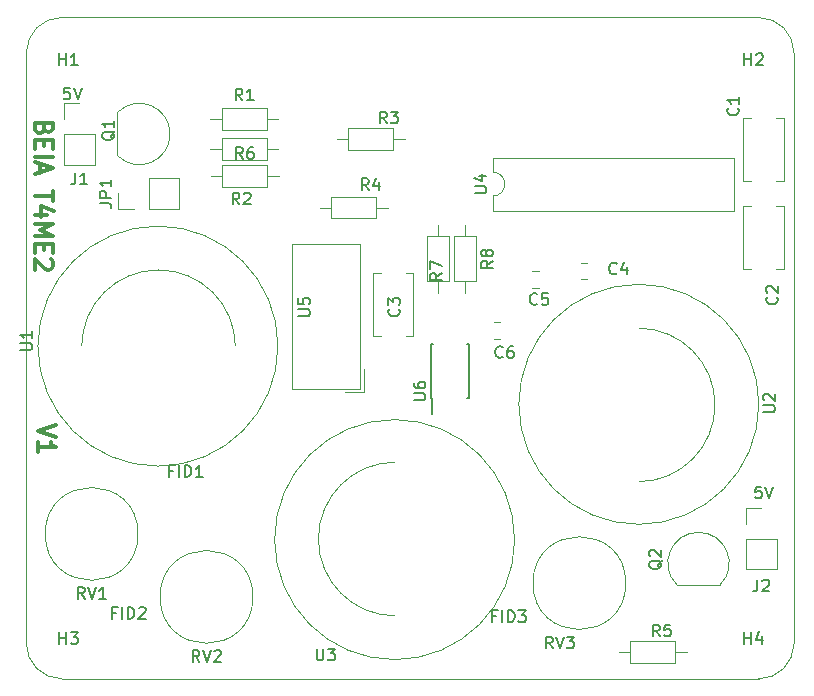
<source format=gbr>
G04 #@! TF.GenerationSoftware,KiCad,Pcbnew,(5.1.0)-1*
G04 #@! TF.CreationDate,2021-12-28T09:15:10+02:00*
G04 #@! TF.ProjectId,RPI_HAT_sensors,5250495f-4841-4545-9f73-656e736f7273,rev?*
G04 #@! TF.SameCoordinates,Original*
G04 #@! TF.FileFunction,Legend,Top*
G04 #@! TF.FilePolarity,Positive*
%FSLAX46Y46*%
G04 Gerber Fmt 4.6, Leading zero omitted, Abs format (unit mm)*
G04 Created by KiCad (PCBNEW (5.1.0)-1) date 2021-12-28 09:15:10*
%MOMM*%
%LPD*%
G04 APERTURE LIST*
%ADD10C,0.300000*%
%ADD11C,0.200000*%
%ADD12C,0.100000*%
%ADD13C,0.120000*%
%ADD14C,0.150000*%
G04 APERTURE END LIST*
D10*
X81027008Y-95353974D02*
X79527008Y-95853974D01*
X81027008Y-96353974D01*
X79527008Y-97639688D02*
X79527008Y-96782545D01*
X79527008Y-97211117D02*
X81027008Y-97211117D01*
X80812722Y-97068260D01*
X80669865Y-96925402D01*
X80598437Y-96782545D01*
X80063802Y-70236948D02*
X79992374Y-70451234D01*
X79920945Y-70522662D01*
X79778088Y-70594091D01*
X79563802Y-70594091D01*
X79420945Y-70522662D01*
X79349517Y-70451234D01*
X79278088Y-70308377D01*
X79278088Y-69736948D01*
X80778088Y-69736948D01*
X80778088Y-70236948D01*
X80706660Y-70379805D01*
X80635231Y-70451234D01*
X80492374Y-70522662D01*
X80349517Y-70522662D01*
X80206660Y-70451234D01*
X80135231Y-70379805D01*
X80063802Y-70236948D01*
X80063802Y-69736948D01*
X80063802Y-71236948D02*
X80063802Y-71736948D01*
X79278088Y-71951234D02*
X79278088Y-71236948D01*
X80778088Y-71236948D01*
X80778088Y-71951234D01*
X79278088Y-72594091D02*
X80778088Y-72594091D01*
X79706660Y-73236948D02*
X79706660Y-73951234D01*
X79278088Y-73094091D02*
X80778088Y-73594091D01*
X79278088Y-74094091D01*
X80778088Y-75522662D02*
X80778088Y-76379805D01*
X79278088Y-75951234D02*
X80778088Y-75951234D01*
X80278088Y-77522662D02*
X79278088Y-77522662D01*
X80849517Y-77165520D02*
X79778088Y-76808377D01*
X79778088Y-77736948D01*
X79278088Y-78308377D02*
X80778088Y-78308377D01*
X79706660Y-78808377D01*
X80778088Y-79308377D01*
X79278088Y-79308377D01*
X80063802Y-80022662D02*
X80063802Y-80522662D01*
X79278088Y-80736948D02*
X79278088Y-80022662D01*
X80778088Y-80022662D01*
X80778088Y-80736948D01*
X80635231Y-81308377D02*
X80706660Y-81379805D01*
X80778088Y-81522662D01*
X80778088Y-81879805D01*
X80706660Y-82022662D01*
X80635231Y-82094091D01*
X80492374Y-82165520D01*
X80349517Y-82165520D01*
X80135231Y-82094091D01*
X79278088Y-81236948D01*
X79278088Y-82165520D01*
D11*
X82232523Y-66762380D02*
X81756333Y-66762380D01*
X81708714Y-67238571D01*
X81756333Y-67190952D01*
X81851571Y-67143333D01*
X82089666Y-67143333D01*
X82184904Y-67190952D01*
X82232523Y-67238571D01*
X82280142Y-67333809D01*
X82280142Y-67571904D01*
X82232523Y-67667142D01*
X82184904Y-67714761D01*
X82089666Y-67762380D01*
X81851571Y-67762380D01*
X81756333Y-67714761D01*
X81708714Y-67667142D01*
X82565857Y-66762380D02*
X82899190Y-67762380D01*
X83232523Y-66762380D01*
X140779523Y-100544380D02*
X140303333Y-100544380D01*
X140255714Y-101020571D01*
X140303333Y-100972952D01*
X140398571Y-100925333D01*
X140636666Y-100925333D01*
X140731904Y-100972952D01*
X140779523Y-101020571D01*
X140827142Y-101115809D01*
X140827142Y-101353904D01*
X140779523Y-101449142D01*
X140731904Y-101496761D01*
X140636666Y-101544380D01*
X140398571Y-101544380D01*
X140303333Y-101496761D01*
X140255714Y-101449142D01*
X141112857Y-100544380D02*
X141446190Y-101544380D01*
X141779523Y-100544380D01*
D12*
X78546356Y-63817611D02*
X78546356Y-113817611D01*
X78546356Y-63817611D02*
G75*
G02X81546356Y-60817611I3000000J0D01*
G01*
X140546356Y-60817611D02*
X81546356Y-60817611D01*
X140546356Y-60817611D02*
G75*
G02X143546356Y-63817611I0J-3000000D01*
G01*
X143546356Y-113817611D02*
X143546356Y-63817611D01*
X81546356Y-116817611D02*
G75*
G02X78546356Y-113817611I0J3000000D01*
G01*
X81546356Y-116817611D02*
X140546356Y-116817611D01*
X143546351Y-113822847D02*
G75*
G02X140546356Y-116817611I-2999995J5236D01*
G01*
D13*
X130403601Y-87122001D02*
G75*
G02X130403599Y-100126799I-50801J-6502399D01*
G01*
X140563600Y-93573600D02*
G75*
G03X140563600Y-93573600I-10160000J0D01*
G01*
X81702600Y-73288200D02*
X84362600Y-73288200D01*
X81702600Y-70688200D02*
X81702600Y-73288200D01*
X84362600Y-70688200D02*
X84362600Y-73288200D01*
X81702600Y-70688200D02*
X84362600Y-70688200D01*
X81702600Y-69418200D02*
X81702600Y-68088200D01*
X81702600Y-68088200D02*
X83032600Y-68088200D01*
X86262600Y-68888200D02*
X86262600Y-72488200D01*
X86274122Y-68849722D02*
G75*
G02X90712600Y-70688200I1838478J-1838478D01*
G01*
X86274122Y-72526678D02*
G75*
G03X90712600Y-70688200I1838478J1838478D01*
G01*
X94132600Y-69418200D02*
X95082600Y-69418200D01*
X99872600Y-69418200D02*
X98922600Y-69418200D01*
X95082600Y-70338200D02*
X98922600Y-70338200D01*
X95082600Y-68498200D02*
X95082600Y-70338200D01*
X98922600Y-68498200D02*
X95082600Y-68498200D01*
X98922600Y-70338200D02*
X98922600Y-68498200D01*
X95082600Y-71038200D02*
X95082600Y-72878200D01*
X95082600Y-72878200D02*
X98922600Y-72878200D01*
X98922600Y-72878200D02*
X98922600Y-71038200D01*
X98922600Y-71038200D02*
X95082600Y-71038200D01*
X94132600Y-71958200D02*
X95082600Y-71958200D01*
X99872600Y-71958200D02*
X98922600Y-71958200D01*
X119888000Y-105029000D02*
G75*
G03X119888000Y-105029000I-10160000J0D01*
G01*
X109727999Y-111480599D02*
G75*
G02X109728001Y-98475801I50801J6502399D01*
G01*
X99847400Y-88646000D02*
G75*
G03X99847400Y-88646000I-10160000J0D01*
G01*
X83235801Y-88645999D02*
G75*
G02X96240599Y-88646001I6502399J-50801D01*
G01*
X118050000Y-73930000D02*
G75*
G02X118050000Y-75930000I0J-1000000D01*
G01*
X118050000Y-75930000D02*
X118050000Y-77180000D01*
X118050000Y-77180000D02*
X138490000Y-77180000D01*
X138490000Y-77180000D02*
X138490000Y-72680000D01*
X138490000Y-72680000D02*
X118050000Y-72680000D01*
X118050000Y-72680000D02*
X118050000Y-73930000D01*
X88004000Y-104546400D02*
G75*
G03X88004000Y-104546400I-3930000J0D01*
G01*
X97732200Y-109880400D02*
G75*
G03X97732200Y-109880400I-3930000J0D01*
G01*
X129304400Y-108712000D02*
G75*
G03X129304400Y-108712000I-3930000J0D01*
G01*
X109616000Y-72040000D02*
X109616000Y-70200000D01*
X109616000Y-70200000D02*
X105776000Y-70200000D01*
X105776000Y-70200000D02*
X105776000Y-72040000D01*
X105776000Y-72040000D02*
X109616000Y-72040000D01*
X110566000Y-71120000D02*
X109616000Y-71120000D01*
X104826000Y-71120000D02*
X105776000Y-71120000D01*
X106806800Y-92286800D02*
X101066800Y-92286800D01*
X101056800Y-92286800D02*
X101056800Y-80026800D01*
X101056800Y-80026800D02*
X106816800Y-80026800D01*
X106816800Y-80026800D02*
X106816800Y-92276800D01*
X107096800Y-92566800D02*
X107096800Y-90566800D01*
X107096800Y-92566800D02*
X105486800Y-92566800D01*
X142665600Y-69324400D02*
X142665600Y-74664400D01*
X139223600Y-69324400D02*
X139223600Y-74664400D01*
X142665600Y-69324400D02*
X141999600Y-69324400D01*
X139889600Y-69324400D02*
X139223600Y-69324400D01*
X142665600Y-74664400D02*
X141999600Y-74664400D01*
X139889600Y-74664400D02*
X139223600Y-74664400D01*
X141999600Y-76770400D02*
X142665600Y-76770400D01*
X139223600Y-76770400D02*
X139889600Y-76770400D01*
X141999600Y-82110400D02*
X142665600Y-82110400D01*
X139223600Y-82110400D02*
X139889600Y-82110400D01*
X142665600Y-82110400D02*
X142665600Y-76770400D01*
X139223600Y-82110400D02*
X139223600Y-76770400D01*
X139436800Y-107552800D02*
X142096800Y-107552800D01*
X139436800Y-104952800D02*
X139436800Y-107552800D01*
X142096800Y-104952800D02*
X142096800Y-107552800D01*
X139436800Y-104952800D02*
X142096800Y-104952800D01*
X139436800Y-103682800D02*
X139436800Y-102352800D01*
X139436800Y-102352800D02*
X140766800Y-102352800D01*
X133658200Y-108860200D02*
X137258200Y-108860200D01*
X133619722Y-108848678D02*
G75*
G02X135458200Y-104410200I1838478J1838478D01*
G01*
X137296678Y-108848678D02*
G75*
G03X135458200Y-104410200I-1838478J1838478D01*
G01*
X104353600Y-75991200D02*
X104353600Y-77831200D01*
X104353600Y-77831200D02*
X108193600Y-77831200D01*
X108193600Y-77831200D02*
X108193600Y-75991200D01*
X108193600Y-75991200D02*
X104353600Y-75991200D01*
X103403600Y-76911200D02*
X104353600Y-76911200D01*
X109143600Y-76911200D02*
X108193600Y-76911200D01*
X128702000Y-114554000D02*
X129652000Y-114554000D01*
X134442000Y-114554000D02*
X133492000Y-114554000D01*
X129652000Y-115474000D02*
X133492000Y-115474000D01*
X129652000Y-113634000D02*
X129652000Y-115474000D01*
X133492000Y-113634000D02*
X129652000Y-113634000D01*
X133492000Y-115474000D02*
X133492000Y-113634000D01*
X111322000Y-82481600D02*
X111322000Y-87821600D01*
X107880000Y-82481600D02*
X107880000Y-87821600D01*
X111322000Y-82481600D02*
X110656000Y-82481600D01*
X108546000Y-82481600D02*
X107880000Y-82481600D01*
X111322000Y-87821600D02*
X110656000Y-87821600D01*
X108546000Y-87821600D02*
X107880000Y-87821600D01*
X91500000Y-77047400D02*
X91500000Y-74387400D01*
X88900000Y-77047400D02*
X91500000Y-77047400D01*
X88900000Y-74387400D02*
X91500000Y-74387400D01*
X88900000Y-77047400D02*
X88900000Y-74387400D01*
X87630000Y-77047400D02*
X86300000Y-77047400D01*
X86300000Y-77047400D02*
X86300000Y-75717400D01*
X95108000Y-73349600D02*
X95108000Y-75189600D01*
X95108000Y-75189600D02*
X98948000Y-75189600D01*
X98948000Y-75189600D02*
X98948000Y-73349600D01*
X98948000Y-73349600D02*
X95108000Y-73349600D01*
X94158000Y-74269600D02*
X95108000Y-74269600D01*
X99898000Y-74269600D02*
X98948000Y-74269600D01*
X113411000Y-84124600D02*
X113411000Y-83174600D01*
X113411000Y-78384600D02*
X113411000Y-79334600D01*
X114331000Y-83174600D02*
X114331000Y-79334600D01*
X112491000Y-83174600D02*
X114331000Y-83174600D01*
X112491000Y-79334600D02*
X112491000Y-83174600D01*
X114331000Y-79334600D02*
X112491000Y-79334600D01*
X116591600Y-79334600D02*
X114751600Y-79334600D01*
X114751600Y-79334600D02*
X114751600Y-83174600D01*
X114751600Y-83174600D02*
X116591600Y-83174600D01*
X116591600Y-83174600D02*
X116591600Y-79334600D01*
X115671600Y-78384600D02*
X115671600Y-79334600D01*
X115671600Y-84124600D02*
X115671600Y-83174600D01*
D14*
X112802000Y-93079200D02*
X112902000Y-93079200D01*
X112802000Y-88429200D02*
X113002000Y-88429200D01*
X116052000Y-88429200D02*
X115852000Y-88429200D01*
X116052000Y-93079200D02*
X115852000Y-93079200D01*
X112802000Y-93079200D02*
X112802000Y-88429200D01*
X116052000Y-93079200D02*
X116052000Y-88429200D01*
X112902000Y-93079200D02*
X112902000Y-94429200D01*
D13*
X126014112Y-82995840D02*
X125491608Y-82995840D01*
X126014112Y-81575840D02*
X125491608Y-81575840D01*
X121398508Y-83722280D02*
X121921012Y-83722280D01*
X121398508Y-82302280D02*
X121921012Y-82302280D01*
X118128148Y-86640600D02*
X118650652Y-86640600D01*
X118128148Y-88060600D02*
X118650652Y-88060600D01*
D14*
X140930380Y-94233904D02*
X141739904Y-94233904D01*
X141835142Y-94186285D01*
X141882761Y-94138666D01*
X141930380Y-94043428D01*
X141930380Y-93852952D01*
X141882761Y-93757714D01*
X141835142Y-93710095D01*
X141739904Y-93662476D01*
X140930380Y-93662476D01*
X141025619Y-93233904D02*
X140978000Y-93186285D01*
X140930380Y-93091047D01*
X140930380Y-92852952D01*
X140978000Y-92757714D01*
X141025619Y-92710095D01*
X141120857Y-92662476D01*
X141216095Y-92662476D01*
X141358952Y-92710095D01*
X141930380Y-93281523D01*
X141930380Y-92662476D01*
X86126771Y-111218671D02*
X85793438Y-111218671D01*
X85793438Y-111742480D02*
X85793438Y-110742480D01*
X86269628Y-110742480D01*
X86650580Y-111742480D02*
X86650580Y-110742480D01*
X87126771Y-111742480D02*
X87126771Y-110742480D01*
X87364866Y-110742480D01*
X87507723Y-110790100D01*
X87602961Y-110885338D01*
X87650580Y-110980576D01*
X87698200Y-111171052D01*
X87698200Y-111313909D01*
X87650580Y-111504385D01*
X87602961Y-111599623D01*
X87507723Y-111694861D01*
X87364866Y-111742480D01*
X87126771Y-111742480D01*
X88079152Y-110837719D02*
X88126771Y-110790100D01*
X88222009Y-110742480D01*
X88460104Y-110742480D01*
X88555342Y-110790100D01*
X88602961Y-110837719D01*
X88650580Y-110932957D01*
X88650580Y-111028195D01*
X88602961Y-111171052D01*
X88031533Y-111742480D01*
X88650580Y-111742480D01*
X82699266Y-73950580D02*
X82699266Y-74664866D01*
X82651647Y-74807723D01*
X82556409Y-74902961D01*
X82413552Y-74950580D01*
X82318314Y-74950580D01*
X83699266Y-74950580D02*
X83127838Y-74950580D01*
X83413552Y-74950580D02*
X83413552Y-73950580D01*
X83318314Y-74093438D01*
X83223076Y-74188676D01*
X83127838Y-74236295D01*
X86044019Y-70453238D02*
X85996400Y-70548476D01*
X85901161Y-70643714D01*
X85758304Y-70786571D01*
X85710685Y-70881809D01*
X85710685Y-70977047D01*
X85948780Y-70929428D02*
X85901161Y-71024666D01*
X85805923Y-71119904D01*
X85615447Y-71167523D01*
X85282114Y-71167523D01*
X85091638Y-71119904D01*
X84996400Y-71024666D01*
X84948780Y-70929428D01*
X84948780Y-70738952D01*
X84996400Y-70643714D01*
X85091638Y-70548476D01*
X85282114Y-70500857D01*
X85615447Y-70500857D01*
X85805923Y-70548476D01*
X85901161Y-70643714D01*
X85948780Y-70738952D01*
X85948780Y-70929428D01*
X85948780Y-69548476D02*
X85948780Y-70119904D01*
X85948780Y-69834190D02*
X84948780Y-69834190D01*
X85091638Y-69929428D01*
X85186876Y-70024666D01*
X85234495Y-70119904D01*
X96835933Y-67838580D02*
X96502600Y-67362390D01*
X96264504Y-67838580D02*
X96264504Y-66838580D01*
X96645457Y-66838580D01*
X96740695Y-66886200D01*
X96788314Y-66933819D01*
X96835933Y-67029057D01*
X96835933Y-67171914D01*
X96788314Y-67267152D01*
X96740695Y-67314771D01*
X96645457Y-67362390D01*
X96264504Y-67362390D01*
X97788314Y-67838580D02*
X97216885Y-67838580D01*
X97502600Y-67838580D02*
X97502600Y-66838580D01*
X97407361Y-66981438D01*
X97312123Y-67076676D01*
X97216885Y-67124295D01*
X96581933Y-76652380D02*
X96248600Y-76176190D01*
X96010504Y-76652380D02*
X96010504Y-75652380D01*
X96391457Y-75652380D01*
X96486695Y-75700000D01*
X96534314Y-75747619D01*
X96581933Y-75842857D01*
X96581933Y-75985714D01*
X96534314Y-76080952D01*
X96486695Y-76128571D01*
X96391457Y-76176190D01*
X96010504Y-76176190D01*
X96962885Y-75747619D02*
X97010504Y-75700000D01*
X97105742Y-75652380D01*
X97343838Y-75652380D01*
X97439076Y-75700000D01*
X97486695Y-75747619D01*
X97534314Y-75842857D01*
X97534314Y-75938095D01*
X97486695Y-76080952D01*
X96915266Y-76652380D01*
X97534314Y-76652380D01*
X90952771Y-99204471D02*
X90619438Y-99204471D01*
X90619438Y-99728280D02*
X90619438Y-98728280D01*
X91095628Y-98728280D01*
X91476580Y-99728280D02*
X91476580Y-98728280D01*
X91952771Y-99728280D02*
X91952771Y-98728280D01*
X92190866Y-98728280D01*
X92333723Y-98775900D01*
X92428961Y-98871138D01*
X92476580Y-98966376D01*
X92524200Y-99156852D01*
X92524200Y-99299709D01*
X92476580Y-99490185D01*
X92428961Y-99585423D01*
X92333723Y-99680661D01*
X92190866Y-99728280D01*
X91952771Y-99728280D01*
X93476580Y-99728280D02*
X92905152Y-99728280D01*
X93190866Y-99728280D02*
X93190866Y-98728280D01*
X93095628Y-98871138D01*
X93000390Y-98966376D01*
X92905152Y-99013995D01*
X103124095Y-114260380D02*
X103124095Y-115069904D01*
X103171714Y-115165142D01*
X103219333Y-115212761D01*
X103314571Y-115260380D01*
X103505047Y-115260380D01*
X103600285Y-115212761D01*
X103647904Y-115165142D01*
X103695523Y-115069904D01*
X103695523Y-114260380D01*
X104076476Y-114260380D02*
X104695523Y-114260380D01*
X104362190Y-114641333D01*
X104505047Y-114641333D01*
X104600285Y-114688952D01*
X104647904Y-114736571D01*
X104695523Y-114831809D01*
X104695523Y-115069904D01*
X104647904Y-115165142D01*
X104600285Y-115212761D01*
X104505047Y-115260380D01*
X104219333Y-115260380D01*
X104124095Y-115212761D01*
X104076476Y-115165142D01*
X81338095Y-64852380D02*
X81338095Y-63852380D01*
X81338095Y-64328571D02*
X81909523Y-64328571D01*
X81909523Y-64852380D02*
X81909523Y-63852380D01*
X82909523Y-64852380D02*
X82338095Y-64852380D01*
X82623809Y-64852380D02*
X82623809Y-63852380D01*
X82528571Y-63995238D01*
X82433333Y-64090476D01*
X82338095Y-64138095D01*
X139338095Y-64872380D02*
X139338095Y-63872380D01*
X139338095Y-64348571D02*
X139909523Y-64348571D01*
X139909523Y-64872380D02*
X139909523Y-63872380D01*
X140338095Y-63967619D02*
X140385714Y-63920000D01*
X140480952Y-63872380D01*
X140719047Y-63872380D01*
X140814285Y-63920000D01*
X140861904Y-63967619D01*
X140909523Y-64062857D01*
X140909523Y-64158095D01*
X140861904Y-64300952D01*
X140290476Y-64872380D01*
X140909523Y-64872380D01*
X81338095Y-113862380D02*
X81338095Y-112862380D01*
X81338095Y-113338571D02*
X81909523Y-113338571D01*
X81909523Y-113862380D02*
X81909523Y-112862380D01*
X82290476Y-112862380D02*
X82909523Y-112862380D01*
X82576190Y-113243333D01*
X82719047Y-113243333D01*
X82814285Y-113290952D01*
X82861904Y-113338571D01*
X82909523Y-113433809D01*
X82909523Y-113671904D01*
X82861904Y-113767142D01*
X82814285Y-113814761D01*
X82719047Y-113862380D01*
X82433333Y-113862380D01*
X82338095Y-113814761D01*
X82290476Y-113767142D01*
X139328095Y-113852380D02*
X139328095Y-112852380D01*
X139328095Y-113328571D02*
X139899523Y-113328571D01*
X139899523Y-113852380D02*
X139899523Y-112852380D01*
X140804285Y-113185714D02*
X140804285Y-113852380D01*
X140566190Y-112804761D02*
X140328095Y-113519047D01*
X140947142Y-113519047D01*
X78034280Y-88970404D02*
X78843804Y-88970404D01*
X78939042Y-88922785D01*
X78986661Y-88875166D01*
X79034280Y-88779928D01*
X79034280Y-88589452D01*
X78986661Y-88494214D01*
X78939042Y-88446595D01*
X78843804Y-88398976D01*
X78034280Y-88398976D01*
X79034280Y-87398976D02*
X79034280Y-87970404D01*
X79034280Y-87684690D02*
X78034280Y-87684690D01*
X78177138Y-87779928D01*
X78272376Y-87875166D01*
X78319995Y-87970404D01*
X116502380Y-75691904D02*
X117311904Y-75691904D01*
X117407142Y-75644285D01*
X117454761Y-75596666D01*
X117502380Y-75501428D01*
X117502380Y-75310952D01*
X117454761Y-75215714D01*
X117407142Y-75168095D01*
X117311904Y-75120476D01*
X116502380Y-75120476D01*
X116835714Y-74215714D02*
X117502380Y-74215714D01*
X116454761Y-74453809D02*
X117169047Y-74691904D01*
X117169047Y-74072857D01*
X83478761Y-110058780D02*
X83145428Y-109582590D01*
X82907333Y-110058780D02*
X82907333Y-109058780D01*
X83288285Y-109058780D01*
X83383523Y-109106400D01*
X83431142Y-109154019D01*
X83478761Y-109249257D01*
X83478761Y-109392114D01*
X83431142Y-109487352D01*
X83383523Y-109534971D01*
X83288285Y-109582590D01*
X82907333Y-109582590D01*
X83764476Y-109058780D02*
X84097809Y-110058780D01*
X84431142Y-109058780D01*
X85288285Y-110058780D02*
X84716857Y-110058780D01*
X85002571Y-110058780D02*
X85002571Y-109058780D01*
X84907333Y-109201638D01*
X84812095Y-109296876D01*
X84716857Y-109344495D01*
X93206961Y-115392780D02*
X92873628Y-114916590D01*
X92635533Y-115392780D02*
X92635533Y-114392780D01*
X93016485Y-114392780D01*
X93111723Y-114440400D01*
X93159342Y-114488019D01*
X93206961Y-114583257D01*
X93206961Y-114726114D01*
X93159342Y-114821352D01*
X93111723Y-114868971D01*
X93016485Y-114916590D01*
X92635533Y-114916590D01*
X93492676Y-114392780D02*
X93826009Y-115392780D01*
X94159342Y-114392780D01*
X94445057Y-114488019D02*
X94492676Y-114440400D01*
X94587914Y-114392780D01*
X94826009Y-114392780D01*
X94921247Y-114440400D01*
X94968866Y-114488019D01*
X95016485Y-114583257D01*
X95016485Y-114678495D01*
X94968866Y-114821352D01*
X94397438Y-115392780D01*
X95016485Y-115392780D01*
X123102761Y-114244380D02*
X122769428Y-113768190D01*
X122531333Y-114244380D02*
X122531333Y-113244380D01*
X122912285Y-113244380D01*
X123007523Y-113292000D01*
X123055142Y-113339619D01*
X123102761Y-113434857D01*
X123102761Y-113577714D01*
X123055142Y-113672952D01*
X123007523Y-113720571D01*
X122912285Y-113768190D01*
X122531333Y-113768190D01*
X123388476Y-113244380D02*
X123721809Y-114244380D01*
X124055142Y-113244380D01*
X124293238Y-113244380D02*
X124912285Y-113244380D01*
X124578952Y-113625333D01*
X124721809Y-113625333D01*
X124817047Y-113672952D01*
X124864666Y-113720571D01*
X124912285Y-113815809D01*
X124912285Y-114053904D01*
X124864666Y-114149142D01*
X124817047Y-114196761D01*
X124721809Y-114244380D01*
X124436095Y-114244380D01*
X124340857Y-114196761D01*
X124293238Y-114149142D01*
X109053333Y-69794380D02*
X108720000Y-69318190D01*
X108481904Y-69794380D02*
X108481904Y-68794380D01*
X108862857Y-68794380D01*
X108958095Y-68842000D01*
X109005714Y-68889619D01*
X109053333Y-68984857D01*
X109053333Y-69127714D01*
X109005714Y-69222952D01*
X108958095Y-69270571D01*
X108862857Y-69318190D01*
X108481904Y-69318190D01*
X109386666Y-68794380D02*
X110005714Y-68794380D01*
X109672380Y-69175333D01*
X109815238Y-69175333D01*
X109910476Y-69222952D01*
X109958095Y-69270571D01*
X110005714Y-69365809D01*
X110005714Y-69603904D01*
X109958095Y-69699142D01*
X109910476Y-69746761D01*
X109815238Y-69794380D01*
X109529523Y-69794380D01*
X109434285Y-69746761D01*
X109386666Y-69699142D01*
X101560380Y-86105904D02*
X102369904Y-86105904D01*
X102465142Y-86058285D01*
X102512761Y-86010666D01*
X102560380Y-85915428D01*
X102560380Y-85724952D01*
X102512761Y-85629714D01*
X102465142Y-85582095D01*
X102369904Y-85534476D01*
X101560380Y-85534476D01*
X101560380Y-84582095D02*
X101560380Y-85058285D01*
X102036571Y-85105904D01*
X101988952Y-85058285D01*
X101941333Y-84963047D01*
X101941333Y-84724952D01*
X101988952Y-84629714D01*
X102036571Y-84582095D01*
X102131809Y-84534476D01*
X102369904Y-84534476D01*
X102465142Y-84582095D01*
X102512761Y-84629714D01*
X102560380Y-84724952D01*
X102560380Y-84963047D01*
X102512761Y-85058285D01*
X102465142Y-85105904D01*
X138787142Y-68492666D02*
X138834761Y-68540285D01*
X138882380Y-68683142D01*
X138882380Y-68778380D01*
X138834761Y-68921238D01*
X138739523Y-69016476D01*
X138644285Y-69064095D01*
X138453809Y-69111714D01*
X138310952Y-69111714D01*
X138120476Y-69064095D01*
X138025238Y-69016476D01*
X137930000Y-68921238D01*
X137882380Y-68778380D01*
X137882380Y-68683142D01*
X137930000Y-68540285D01*
X137977619Y-68492666D01*
X138882380Y-67540285D02*
X138882380Y-68111714D01*
X138882380Y-67826000D02*
X137882380Y-67826000D01*
X138025238Y-67921238D01*
X138120476Y-68016476D01*
X138168095Y-68111714D01*
X142089142Y-84494666D02*
X142136761Y-84542285D01*
X142184380Y-84685142D01*
X142184380Y-84780380D01*
X142136761Y-84923238D01*
X142041523Y-85018476D01*
X141946285Y-85066095D01*
X141755809Y-85113714D01*
X141612952Y-85113714D01*
X141422476Y-85066095D01*
X141327238Y-85018476D01*
X141232000Y-84923238D01*
X141184380Y-84780380D01*
X141184380Y-84685142D01*
X141232000Y-84542285D01*
X141279619Y-84494666D01*
X141279619Y-84113714D02*
X141232000Y-84066095D01*
X141184380Y-83970857D01*
X141184380Y-83732761D01*
X141232000Y-83637523D01*
X141279619Y-83589904D01*
X141374857Y-83542285D01*
X141470095Y-83542285D01*
X141612952Y-83589904D01*
X142184380Y-84161333D01*
X142184380Y-83542285D01*
X140433466Y-108418380D02*
X140433466Y-109132666D01*
X140385847Y-109275523D01*
X140290609Y-109370761D01*
X140147752Y-109418380D01*
X140052514Y-109418380D01*
X140862038Y-108513619D02*
X140909657Y-108466000D01*
X141004895Y-108418380D01*
X141242990Y-108418380D01*
X141338228Y-108466000D01*
X141385847Y-108513619D01*
X141433466Y-108608857D01*
X141433466Y-108704095D01*
X141385847Y-108846952D01*
X140814419Y-109418380D01*
X141433466Y-109418380D01*
X132373619Y-106775238D02*
X132326000Y-106870476D01*
X132230761Y-106965714D01*
X132087904Y-107108571D01*
X132040285Y-107203809D01*
X132040285Y-107299047D01*
X132278380Y-107251428D02*
X132230761Y-107346666D01*
X132135523Y-107441904D01*
X131945047Y-107489523D01*
X131611714Y-107489523D01*
X131421238Y-107441904D01*
X131326000Y-107346666D01*
X131278380Y-107251428D01*
X131278380Y-107060952D01*
X131326000Y-106965714D01*
X131421238Y-106870476D01*
X131611714Y-106822857D01*
X131945047Y-106822857D01*
X132135523Y-106870476D01*
X132230761Y-106965714D01*
X132278380Y-107060952D01*
X132278380Y-107251428D01*
X131373619Y-106441904D02*
X131326000Y-106394285D01*
X131278380Y-106299047D01*
X131278380Y-106060952D01*
X131326000Y-105965714D01*
X131373619Y-105918095D01*
X131468857Y-105870476D01*
X131564095Y-105870476D01*
X131706952Y-105918095D01*
X132278380Y-106489523D01*
X132278380Y-105870476D01*
X107529333Y-75443580D02*
X107196000Y-74967390D01*
X106957904Y-75443580D02*
X106957904Y-74443580D01*
X107338857Y-74443580D01*
X107434095Y-74491200D01*
X107481714Y-74538819D01*
X107529333Y-74634057D01*
X107529333Y-74776914D01*
X107481714Y-74872152D01*
X107434095Y-74919771D01*
X107338857Y-74967390D01*
X106957904Y-74967390D01*
X108386476Y-74776914D02*
X108386476Y-75443580D01*
X108148380Y-74395961D02*
X107910285Y-75110247D01*
X108529333Y-75110247D01*
X132167333Y-113228380D02*
X131834000Y-112752190D01*
X131595904Y-113228380D02*
X131595904Y-112228380D01*
X131976857Y-112228380D01*
X132072095Y-112276000D01*
X132119714Y-112323619D01*
X132167333Y-112418857D01*
X132167333Y-112561714D01*
X132119714Y-112656952D01*
X132072095Y-112704571D01*
X131976857Y-112752190D01*
X131595904Y-112752190D01*
X133072095Y-112228380D02*
X132595904Y-112228380D01*
X132548285Y-112704571D01*
X132595904Y-112656952D01*
X132691142Y-112609333D01*
X132929238Y-112609333D01*
X133024476Y-112656952D01*
X133072095Y-112704571D01*
X133119714Y-112799809D01*
X133119714Y-113037904D01*
X133072095Y-113133142D01*
X133024476Y-113180761D01*
X132929238Y-113228380D01*
X132691142Y-113228380D01*
X132595904Y-113180761D01*
X132548285Y-113133142D01*
X118308571Y-111498071D02*
X117975238Y-111498071D01*
X117975238Y-112021880D02*
X117975238Y-111021880D01*
X118451428Y-111021880D01*
X118832380Y-112021880D02*
X118832380Y-111021880D01*
X119308571Y-112021880D02*
X119308571Y-111021880D01*
X119546666Y-111021880D01*
X119689523Y-111069500D01*
X119784761Y-111164738D01*
X119832380Y-111259976D01*
X119880000Y-111450452D01*
X119880000Y-111593309D01*
X119832380Y-111783785D01*
X119784761Y-111879023D01*
X119689523Y-111974261D01*
X119546666Y-112021880D01*
X119308571Y-112021880D01*
X120213333Y-111021880D02*
X120832380Y-111021880D01*
X120499047Y-111402833D01*
X120641904Y-111402833D01*
X120737142Y-111450452D01*
X120784761Y-111498071D01*
X120832380Y-111593309D01*
X120832380Y-111831404D01*
X120784761Y-111926642D01*
X120737142Y-111974261D01*
X120641904Y-112021880D01*
X120356190Y-112021880D01*
X120260952Y-111974261D01*
X120213333Y-111926642D01*
X110085142Y-85510666D02*
X110132761Y-85558285D01*
X110180380Y-85701142D01*
X110180380Y-85796380D01*
X110132761Y-85939238D01*
X110037523Y-86034476D01*
X109942285Y-86082095D01*
X109751809Y-86129714D01*
X109608952Y-86129714D01*
X109418476Y-86082095D01*
X109323238Y-86034476D01*
X109228000Y-85939238D01*
X109180380Y-85796380D01*
X109180380Y-85701142D01*
X109228000Y-85558285D01*
X109275619Y-85510666D01*
X109180380Y-85177333D02*
X109180380Y-84558285D01*
X109561333Y-84891619D01*
X109561333Y-84748761D01*
X109608952Y-84653523D01*
X109656571Y-84605904D01*
X109751809Y-84558285D01*
X109989904Y-84558285D01*
X110085142Y-84605904D01*
X110132761Y-84653523D01*
X110180380Y-84748761D01*
X110180380Y-85034476D01*
X110132761Y-85129714D01*
X110085142Y-85177333D01*
X84752380Y-76550733D02*
X85466666Y-76550733D01*
X85609523Y-76598352D01*
X85704761Y-76693590D01*
X85752380Y-76836447D01*
X85752380Y-76931685D01*
X85752380Y-76074542D02*
X84752380Y-76074542D01*
X84752380Y-75693590D01*
X84800000Y-75598352D01*
X84847619Y-75550733D01*
X84942857Y-75503114D01*
X85085714Y-75503114D01*
X85180952Y-75550733D01*
X85228571Y-75598352D01*
X85276190Y-75693590D01*
X85276190Y-76074542D01*
X85752380Y-74550733D02*
X85752380Y-75122161D01*
X85752380Y-74836447D02*
X84752380Y-74836447D01*
X84895238Y-74931685D01*
X84990476Y-75026923D01*
X85038095Y-75122161D01*
X96861333Y-72801980D02*
X96528000Y-72325790D01*
X96289904Y-72801980D02*
X96289904Y-71801980D01*
X96670857Y-71801980D01*
X96766095Y-71849600D01*
X96813714Y-71897219D01*
X96861333Y-71992457D01*
X96861333Y-72135314D01*
X96813714Y-72230552D01*
X96766095Y-72278171D01*
X96670857Y-72325790D01*
X96289904Y-72325790D01*
X97718476Y-71801980D02*
X97528000Y-71801980D01*
X97432761Y-71849600D01*
X97385142Y-71897219D01*
X97289904Y-72040076D01*
X97242285Y-72230552D01*
X97242285Y-72611504D01*
X97289904Y-72706742D01*
X97337523Y-72754361D01*
X97432761Y-72801980D01*
X97623238Y-72801980D01*
X97718476Y-72754361D01*
X97766095Y-72706742D01*
X97813714Y-72611504D01*
X97813714Y-72373409D01*
X97766095Y-72278171D01*
X97718476Y-72230552D01*
X97623238Y-72182933D01*
X97432761Y-72182933D01*
X97337523Y-72230552D01*
X97289904Y-72278171D01*
X97242285Y-72373409D01*
X113736380Y-82462666D02*
X113260190Y-82796000D01*
X113736380Y-83034095D02*
X112736380Y-83034095D01*
X112736380Y-82653142D01*
X112784000Y-82557904D01*
X112831619Y-82510285D01*
X112926857Y-82462666D01*
X113069714Y-82462666D01*
X113164952Y-82510285D01*
X113212571Y-82557904D01*
X113260190Y-82653142D01*
X113260190Y-83034095D01*
X112736380Y-82129333D02*
X112736380Y-81462666D01*
X113736380Y-81891238D01*
X118043980Y-81421266D02*
X117567790Y-81754600D01*
X118043980Y-81992695D02*
X117043980Y-81992695D01*
X117043980Y-81611742D01*
X117091600Y-81516504D01*
X117139219Y-81468885D01*
X117234457Y-81421266D01*
X117377314Y-81421266D01*
X117472552Y-81468885D01*
X117520171Y-81516504D01*
X117567790Y-81611742D01*
X117567790Y-81992695D01*
X117472552Y-80849838D02*
X117424933Y-80945076D01*
X117377314Y-80992695D01*
X117282076Y-81040314D01*
X117234457Y-81040314D01*
X117139219Y-80992695D01*
X117091600Y-80945076D01*
X117043980Y-80849838D01*
X117043980Y-80659361D01*
X117091600Y-80564123D01*
X117139219Y-80516504D01*
X117234457Y-80468885D01*
X117282076Y-80468885D01*
X117377314Y-80516504D01*
X117424933Y-80564123D01*
X117472552Y-80659361D01*
X117472552Y-80849838D01*
X117520171Y-80945076D01*
X117567790Y-80992695D01*
X117663028Y-81040314D01*
X117853504Y-81040314D01*
X117948742Y-80992695D01*
X117996361Y-80945076D01*
X118043980Y-80849838D01*
X118043980Y-80659361D01*
X117996361Y-80564123D01*
X117948742Y-80516504D01*
X117853504Y-80468885D01*
X117663028Y-80468885D01*
X117567790Y-80516504D01*
X117520171Y-80564123D01*
X117472552Y-80659361D01*
X111329380Y-93217904D02*
X112138904Y-93217904D01*
X112234142Y-93170285D01*
X112281761Y-93122666D01*
X112329380Y-93027428D01*
X112329380Y-92836952D01*
X112281761Y-92741714D01*
X112234142Y-92694095D01*
X112138904Y-92646476D01*
X111329380Y-92646476D01*
X111329380Y-91741714D02*
X111329380Y-91932190D01*
X111377000Y-92027428D01*
X111424619Y-92075047D01*
X111567476Y-92170285D01*
X111757952Y-92217904D01*
X112138904Y-92217904D01*
X112234142Y-92170285D01*
X112281761Y-92122666D01*
X112329380Y-92027428D01*
X112329380Y-91836952D01*
X112281761Y-91741714D01*
X112234142Y-91694095D01*
X112138904Y-91646476D01*
X111900809Y-91646476D01*
X111805571Y-91694095D01*
X111757952Y-91741714D01*
X111710333Y-91836952D01*
X111710333Y-92027428D01*
X111757952Y-92122666D01*
X111805571Y-92170285D01*
X111900809Y-92217904D01*
X128530053Y-82480422D02*
X128482434Y-82528041D01*
X128339577Y-82575660D01*
X128244339Y-82575660D01*
X128101481Y-82528041D01*
X128006243Y-82432803D01*
X127958624Y-82337565D01*
X127911005Y-82147089D01*
X127911005Y-82004232D01*
X127958624Y-81813756D01*
X128006243Y-81718518D01*
X128101481Y-81623280D01*
X128244339Y-81575660D01*
X128339577Y-81575660D01*
X128482434Y-81623280D01*
X128530053Y-81670899D01*
X129387196Y-81908994D02*
X129387196Y-82575660D01*
X129149100Y-81528041D02*
X128911005Y-82242327D01*
X129530053Y-82242327D01*
X121804133Y-85066142D02*
X121756514Y-85113761D01*
X121613657Y-85161380D01*
X121518419Y-85161380D01*
X121375561Y-85113761D01*
X121280323Y-85018523D01*
X121232704Y-84923285D01*
X121185085Y-84732809D01*
X121185085Y-84589952D01*
X121232704Y-84399476D01*
X121280323Y-84304238D01*
X121375561Y-84209000D01*
X121518419Y-84161380D01*
X121613657Y-84161380D01*
X121756514Y-84209000D01*
X121804133Y-84256619D01*
X122708895Y-84161380D02*
X122232704Y-84161380D01*
X122185085Y-84637571D01*
X122232704Y-84589952D01*
X122327942Y-84542333D01*
X122566038Y-84542333D01*
X122661276Y-84589952D01*
X122708895Y-84637571D01*
X122756514Y-84732809D01*
X122756514Y-84970904D01*
X122708895Y-85066142D01*
X122661276Y-85113761D01*
X122566038Y-85161380D01*
X122327942Y-85161380D01*
X122232704Y-85113761D01*
X122185085Y-85066142D01*
X118878053Y-89554322D02*
X118830434Y-89601941D01*
X118687577Y-89649560D01*
X118592339Y-89649560D01*
X118449481Y-89601941D01*
X118354243Y-89506703D01*
X118306624Y-89411465D01*
X118259005Y-89220989D01*
X118259005Y-89078132D01*
X118306624Y-88887656D01*
X118354243Y-88792418D01*
X118449481Y-88697180D01*
X118592339Y-88649560D01*
X118687577Y-88649560D01*
X118830434Y-88697180D01*
X118878053Y-88744799D01*
X119735196Y-88649560D02*
X119544720Y-88649560D01*
X119449481Y-88697180D01*
X119401862Y-88744799D01*
X119306624Y-88887656D01*
X119259005Y-89078132D01*
X119259005Y-89459084D01*
X119306624Y-89554322D01*
X119354243Y-89601941D01*
X119449481Y-89649560D01*
X119639958Y-89649560D01*
X119735196Y-89601941D01*
X119782815Y-89554322D01*
X119830434Y-89459084D01*
X119830434Y-89220989D01*
X119782815Y-89125751D01*
X119735196Y-89078132D01*
X119639958Y-89030513D01*
X119449481Y-89030513D01*
X119354243Y-89078132D01*
X119306624Y-89125751D01*
X119259005Y-89220989D01*
M02*

</source>
